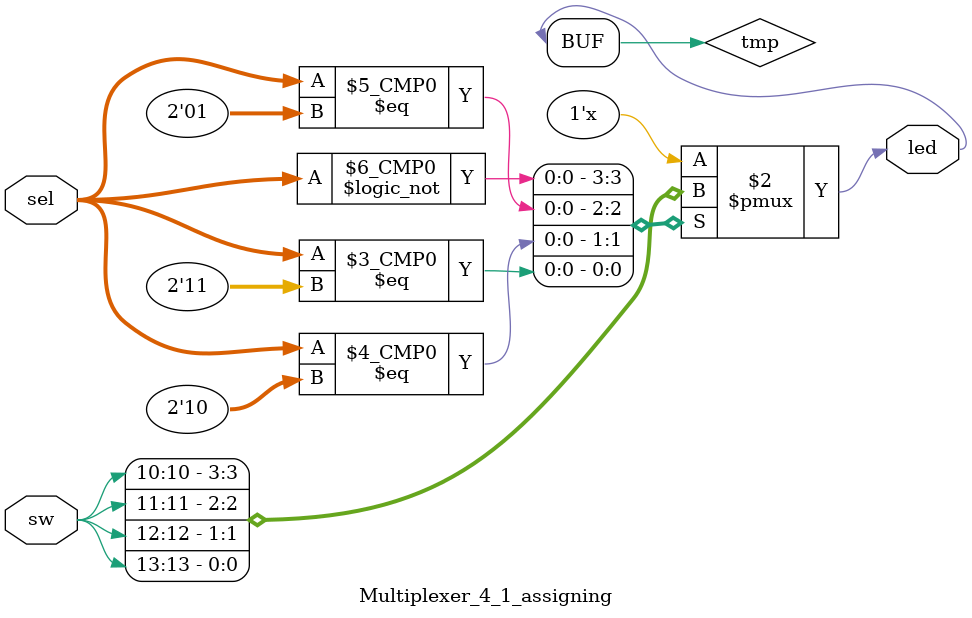
<source format=v>
`timescale 1ns / 1ps


module Multiplexer_4_1_assigning(
    input [13:10] sw,
    input [1:0] sel,
    output [0:0] led

    );
reg tmp;
always @(sw, sel) begin
    case(sel)
    2'b00: tmp <= sw[10];
    2'b01: tmp <= sw[11];
    2'b10: tmp <= sw[12];
    2'b11: tmp <= sw[13];
    default: tmp <= 1'b0;
    endcase
end
assign led[0:0] = tmp;
endmodule

</source>
